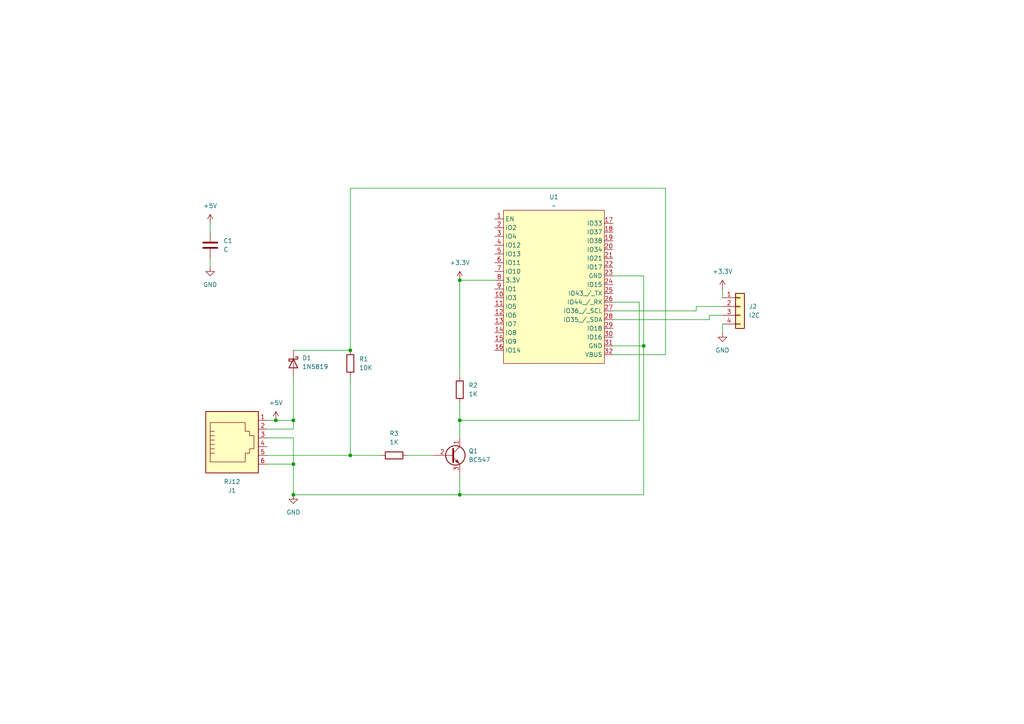
<source format=kicad_sch>
(kicad_sch (version 20231120) (generator "eeschema") (generator_version "8.0")
  (paper "A4")
  (lib_symbols
    (symbol "Connector:RJ12" (pin_names (offset 1.016))
      (property "Reference" "J" (at -5.08 11.43 0))
      (property "Value" "RJ12" (at 2.54 11.43 0))
      (symbol "RJ12_0_1"
        (polyline (pts (xy -6.35 -1.905) (xy -5.08 -1.905) (xy -5.08 -1.905)))
        (polyline (pts (xy -6.35 -0.635) (xy -5.08 -0.635) (xy -5.08 -0.635)))
        (polyline (pts (xy -6.35 0.635) (xy -5.08 0.635) (xy -5.08 0.635)))
        (polyline (pts (xy -6.35 1.905) (xy -5.08 1.905) (xy -5.08 1.905)))
        (polyline (pts (xy -6.35 3.175) (xy -5.08 3.175) (xy -5.08 3.175)))
        (polyline (pts (xy -5.08 4.445) (xy -6.35 4.445) (xy -6.35 4.445)))
        (polyline (pts (xy -6.35 -4.445) (xy -6.35 6.985) (xy 3.81 6.985) (xy 3.81 4.445) (xy 5.08 4.445) (xy 5.08 3.175) (xy 6.35 3.175) (xy 6.35 -0.635) (xy 5.08 -0.635) (xy 5.08 -1.905) (xy 3.81 -1.905) (xy 3.81 -4.445) (xy -6.35 -4.445) (xy -6.35 -4.445)))
        (rectangle (start 7.62 10.16) (end -7.62 -7.62) (stroke (width 0.254)) (fill (type background)))
      )
      (symbol "RJ12_1_1"
        (pin passive line (at 10.16 -5.08 180) (length 2.54) (name "~") (number "1"))
        (pin passive line (at 10.16 -2.54 180) (length 2.54) (name "~") (number "2"))
        (pin passive line (at 10.16 0 180) (length 2.54) (name "~") (number "3"))
        (pin passive line (at 10.16 2.54 180) (length 2.54) (name "~") (number "4"))
        (pin passive line (at 10.16 5.08 180) (length 2.54) (name "~") (number "5"))
        (pin passive line (at 10.16 7.62 180) (length 2.54) (name "~") (number "6"))
      )
    )
    (symbol "Connector_Generic:Conn_01x04" (pin_names (offset 1.016) hide)
      (property "Reference" "J" (at 0 5.08 0))
      (property "Value" "Conn_01x04" (at 0 -7.62 0))
      (symbol "Conn_01x04_1_1"
        (rectangle (start -1.27 -4.953) (end 0 -5.207) (stroke (width 0.1524)))
        (rectangle (start -1.27 -2.413) (end 0 -2.667) (stroke (width 0.1524)))
        (rectangle (start -1.27 0.127) (end 0 -0.127) (stroke (width 0.1524)))
        (rectangle (start -1.27 2.667) (end 0 2.413) (stroke (width 0.1524)))
        (rectangle (start -1.27 3.81) (end 1.27 -6.35) (stroke (width 0.254)) (fill (type background)))
        (pin passive line (at -5.08 2.54 0) (length 3.81) (name "Pin_1") (number "1"))
        (pin passive line (at -5.08 0 0) (length 3.81) (name "Pin_2") (number "2"))
        (pin passive line (at -5.08 -2.54 0) (length 3.81) (name "Pin_3") (number "3"))
        (pin passive line (at -5.08 -5.08 0) (length 3.81) (name "Pin_4") (number "4"))
      )
    )
    (symbol "Device:C" (pin_numbers hide) (pin_names (offset 0.254))
      (property "Reference" "C" (at 0.635 2.54 0))
      (property "Value" "C" (at 0.635 -2.54 0))
      (symbol "C_0_1"
        (polyline (pts (xy -2.032 -0.762) (xy 2.032 -0.762)) (stroke (width 0.508)))
        (polyline (pts (xy -2.032 0.762) (xy 2.032 0.762)) (stroke (width 0.508)))
      )
      (symbol "C_1_1"
        (pin passive line (at 0 3.81 270) (length 2.794) (name "~") (number "1"))
        (pin passive line (at 0 -3.81 90) (length 2.794) (name "~") (number "2"))
      )
    )
    (symbol "Device:R" (pin_numbers hide) (pin_names (offset 0))
      (property "Reference" "R" (at 2.032 0 90))
      (property "Value" "R" (at 0 0 90))
      (symbol "R_0_1"
        (rectangle (start -1.016 -2.54) (end 1.016 2.54) (stroke (width 0.254)))
      )
      (symbol "R_1_1"
        (pin passive line (at 0 3.81 270) (length 1.27) (name "~") (number "1"))
        (pin passive line (at 0 -3.81 90) (length 1.27) (name "~") (number "2"))
      )
    )
    (symbol "Diode:1N5819" (pin_numbers hide) (pin_names (offset 1.016) hide)
      (property "Reference" "D" (at 0 2.54 0))
      (property "Value" "1N5819" (at 0 -2.54 0))
      (symbol "1N5819_0_1"
        (polyline (pts (xy 1.27 0) (xy -1.27 0)))
        (polyline (pts (xy 1.27 1.27) (xy 1.27 -1.27) (xy -1.27 0) (xy 1.27 1.27)) (stroke (width 0.254)))
        (polyline (pts (xy -1.905 0.635) (xy -1.905 1.27) (xy -1.27 1.27) (xy -1.27 -1.27) (xy -0.635 -1.27) (xy -0.635 -0.635)) (stroke (width 0.254)))
      )
      (symbol "1N5819_1_1"
        (pin passive line (at -3.81 0 0) (length 2.54) (name "K") (number "1"))
        (pin passive line (at 3.81 0 180) (length 2.54) (name "A") (number "2"))
      )
    )
    (symbol "Transistor_BJT:BC547" (pin_names (offset 0) hide)
      (property "Reference" "Q" (at 5.08 1.905 0))
      (property "Value" "BC547" (at 5.08 0 0))
      (symbol "BC547_0_1"
        (polyline (pts (xy 0 0) (xy 0.635 0)))
        (polyline (pts (xy 0.635 0.635) (xy 2.54 2.54)))
        (polyline (pts (xy 0.635 -0.635) (xy 2.54 -2.54) (xy 2.54 -2.54)))
        (polyline (pts (xy 0.635 1.905) (xy 0.635 -1.905) (xy 0.635 -1.905)) (stroke (width 0.508)))
        (polyline (pts (xy 1.27 -1.778) (xy 1.778 -1.27) (xy 2.286 -2.286) (xy 1.27 -1.778) (xy 1.27 -1.778)) (fill (type outline)))
        (circle (center 1.27 0) (radius 2.8194) (stroke (width 0.254)))
      )
      (symbol "BC547_1_1"
        (pin passive line (at 2.54 5.08 270) (length 2.54) (name "C") (number "1"))
        (pin input line (at -5.08 0 0) (length 5.08) (name "B") (number "2"))
        (pin passive line (at 2.54 -5.08 90) (length 2.54) (name "E") (number "3"))
      )
    )
    (symbol "myLibrary:wemos_s3_mini"
      (property "Reference" "U" (at -12.954 22.352 0))
      (symbol "wemos_s3_mini_0_0"
        (pin unspecified line (at -16.51 17.78 0) (length 2.54) (name "EN") (number "1"))
        (pin unspecified line (at -16.51 -5.08 0) (length 2.54) (name "IO3") (number "10"))
        (pin unspecified line (at -16.51 -7.62 0) (length 2.54) (name "IO5") (number "11"))
        (pin unspecified line (at -16.51 -10.16 0) (length 2.54) (name "IO6") (number "12"))
        (pin unspecified line (at -16.51 -12.7 0) (length 2.54) (name "IO7") (number "13"))
        (pin unspecified line (at -16.51 -15.24 0) (length 2.54) (name "IO8") (number "14"))
        (pin unspecified line (at -16.51 -17.78 0) (length 2.54) (name "IO9") (number "15"))
        (pin unspecified line (at -16.51 -20.32 0) (length 2.54) (name "IO14") (number "16"))
        (pin unspecified line (at 17.78 16.51 180) (length 2.54) (name "IO33") (number "17"))
        (pin unspecified line (at 17.78 13.97 180) (length 2.54) (name "IO37") (number "18"))
        (pin unspecified line (at 17.78 11.43 180) (length 2.54) (name "IO38") (number "19"))
        (pin unspecified line (at -16.51 15.24 0) (length 2.54) (name "IO2") (number "2"))
        (pin unspecified line (at 17.78 8.89 180) (length 2.54) (name "IO34") (number "20"))
        (pin unspecified line (at 17.78 6.35 180) (length 2.54) (name "IO21") (number "21"))
        (pin unspecified line (at 17.78 3.81 180) (length 2.54) (name "IO17") (number "22"))
        (pin power_in line (at 17.78 1.27 180) (length 2.54) (name "GND") (number "23"))
        (pin unspecified line (at 17.78 -1.27 180) (length 2.54) (name "IO15") (number "24"))
        (pin unspecified line (at 17.78 -3.81 180) (length 2.54) (name "IO43_/_TX") (number "25"))
        (pin unspecified line (at 17.78 -6.35 180) (length 2.54) (name "IO44_/_RX") (number "26"))
        (pin unspecified line (at 17.78 -8.89 180) (length 2.54) (name "IO36_/_SCL") (number "27"))
        (pin unspecified line (at 17.78 -11.43 180) (length 2.54) (name "IO35_/_SDA") (number "28"))
        (pin unspecified line (at 17.78 -13.97 180) (length 2.54) (name "IO18") (number "29"))
        (pin unspecified line (at -16.51 12.7 0) (length 2.54) (name "IO4") (number "3"))
        (pin unspecified line (at 17.78 -16.51 180) (length 2.54) (name "IO16") (number "30"))
        (pin power_in line (at 17.78 -19.05 180) (length 2.54) (name "GND") (number "31"))
        (pin unspecified line (at 17.78 -21.59 180) (length 2.54) (name "VBUS") (number "32"))
        (pin unspecified line (at -16.51 10.16 0) (length 2.54) (name "IO12") (number "4"))
        (pin unspecified line (at -16.51 7.62 0) (length 2.54) (name "IO13") (number "5"))
        (pin unspecified line (at -16.51 5.08 0) (length 2.54) (name "IO11") (number "6"))
        (pin unspecified line (at -16.51 2.54 0) (length 2.54) (name "IO10") (number "7"))
        (pin power_in line (at -16.51 0 0) (length 2.54) (name "3.3V") (number "8"))
        (pin unspecified line (at -16.51 -2.54 0) (length 2.54) (name "IO1") (number "9"))
      )
      (symbol "wemos_s3_mini_1_1"
        (rectangle (start -13.97 20.32) (end 15.24 -24.13) (fill (type background)))
      )
    )
    (symbol "power:+3.3V" (power) (pin_numbers hide) (pin_names (offset 0) hide)
      (property "Value" "+3.3V" (at 0 3.556 0))
      (symbol "+3.3V_0_1"
        (polyline (pts (xy -0.762 1.27) (xy 0 2.54)))
        (polyline (pts (xy 0 0) (xy 0 2.54)))
        (polyline (pts (xy 0 2.54) (xy 0.762 1.27)))
      )
      (symbol "+3.3V_1_1"
        (pin power_in line (at 0 0 90) (length 0) (name "~") (number "1"))
      )
    )
    (symbol "power:+5V" (power) (pin_numbers hide) (pin_names (offset 0) hide)
      (property "Value" "+5V" (at 0 3.556 0))
      (symbol "+5V_0_1"
        (polyline (pts (xy -0.762 1.27) (xy 0 2.54)))
        (polyline (pts (xy 0 0) (xy 0 2.54)))
        (polyline (pts (xy 0 2.54) (xy 0.762 1.27)))
      )
      (symbol "+5V_1_1"
        (pin power_in line (at 0 0 90) (length 0) (name "~") (number "1"))
      )
    )
    (symbol "power:+5VD" (power) (pin_numbers hide) (pin_names (offset 0) hide)
      (property "Value" "+5VD" (at 0 3.556 0))
      (symbol "+5VD_0_1"
        (polyline (pts (xy -0.762 1.27) (xy 0 2.54)))
        (polyline (pts (xy 0 0) (xy 0 2.54)))
        (polyline (pts (xy 0 2.54) (xy 0.762 1.27)))
      )
      (symbol "+5VD_1_1"
        (pin power_in line (at 0 0 90) (length 0) (name "~") (number "1"))
      )
    )
    (symbol "power:GND" (power) (pin_numbers hide) (pin_names (offset 0) hide)
      (property "Value" "GND" (at 0 -3.81 0))
      (symbol "GND_0_1"
        (polyline (pts (xy 0 0) (xy 0 -1.27) (xy 1.27 -1.27) (xy 0 -2.54) (xy -1.27 -1.27) (xy 0 -1.27)))
      )
      (symbol "GND_1_1"
        (pin power_in line (at 0 0 270) (length 0) (name "~") (number "1"))
      )
    )
  )
  (junction (at 101.6 101.6))
  (junction (at 186.69 100.33))
  (junction (at 101.6 132.08))
  (junction (at 80.01 121.92))
  (junction (at 133.35 121.92))
  (junction (at 133.35 81.28))
  (junction (at 85.09 143.51))
  (junction (at 85.09 121.92))
  (junction (at 85.09 134.62))
  (junction (at 133.35 143.51))
  (wire (pts (xy 133.35 143.51) (xy 85.09 143.51)))
  (wire (pts (xy 77.47 124.46) (xy 85.09 124.46)))
  (wire (pts (xy 80.01 121.92) (xy 85.09 121.92)))
  (wire (pts (xy 177.8 100.33) (xy 186.69 100.33)))
  (wire (pts (xy 133.35 121.92) (xy 133.35 127)))
  (wire (pts (xy 85.09 101.6) (xy 101.6 101.6)))
  (wire (pts (xy 193.04 102.87) (xy 193.04 54.61)))
  (wire (pts (xy 77.47 121.92) (xy 80.01 121.92)))
  (wire (pts (xy 205.74 91.44) (xy 209.55 91.44)))
  (wire (pts (xy 118.11 132.08) (xy 125.73 132.08)))
  (wire (pts (xy 85.09 143.51) (xy 85.09 134.62)))
  (wire (pts (xy 133.35 116.84) (xy 133.35 121.92)))
  (wire (pts (xy 60.96 64.77) (xy 60.96 67.31)))
  (wire (pts (xy 77.47 132.08) (xy 101.6 132.08)))
  (wire (pts (xy 77.47 134.62) (xy 85.09 134.62)))
  (wire (pts (xy 209.55 96.52) (xy 209.55 93.98)))
  (wire (pts (xy 205.74 92.71) (xy 205.74 91.44)))
  (wire (pts (xy 201.93 88.9) (xy 201.93 90.17)))
  (wire (pts (xy 101.6 54.61) (xy 101.6 101.6)))
  (wire (pts (xy 133.35 81.28) (xy 133.35 109.22)))
  (wire (pts (xy 186.69 80.01) (xy 177.8 80.01)))
  (wire (pts (xy 177.8 92.71) (xy 205.74 92.71)))
  (wire (pts (xy 101.6 132.08) (xy 110.49 132.08)))
  (wire (pts (xy 85.09 121.92) (xy 85.09 124.46)))
  (wire (pts (xy 133.35 121.92) (xy 185.42 121.92)))
  (wire (pts (xy 60.96 77.47) (xy 60.96 74.93)))
  (wire (pts (xy 77.47 127) (xy 85.09 127)))
  (wire (pts (xy 143.51 81.28) (xy 133.35 81.28)))
  (wire (pts (xy 209.55 83.82) (xy 209.55 86.36)))
  (wire (pts (xy 85.09 121.92) (xy 85.09 109.22)))
  (wire (pts (xy 201.93 90.17) (xy 177.8 90.17)))
  (wire (pts (xy 133.35 143.51) (xy 186.69 143.51)))
  (wire (pts (xy 185.42 87.63) (xy 177.8 87.63)))
  (wire (pts (xy 101.6 109.22) (xy 101.6 132.08)))
  (wire (pts (xy 177.8 102.87) (xy 193.04 102.87)))
  (wire (pts (xy 186.69 100.33) (xy 186.69 80.01)))
  (wire (pts (xy 201.93 88.9) (xy 209.55 88.9)))
  (wire (pts (xy 193.04 54.61) (xy 101.6 54.61)))
  (wire (pts (xy 85.09 127) (xy 85.09 134.62)))
  (wire (pts (xy 186.69 100.33) (xy 186.69 143.51)))
  (wire (pts (xy 133.35 137.16) (xy 133.35 143.51)))
  (wire (pts (xy 185.42 121.92) (xy 185.42 87.63)))
  (symbol (lib_id "power:GND") (at 85.09 143.51 0) (unit 1)
    (property "Reference" "#PWR01" (effects (hide yes)))
    (property "Value" "GND" (at 85.09 148.59 0))
    (property "Description" "Power symbol creates a global label with name \"GND\" , ground" (effects (hide yes)))
  )
  (symbol (lib_id "Device:R") (at 133.35 113.03 0) (unit 1)
    (property "Reference" "R2" (at 135.89 111.7599 0) (effects (justify left)))
    (property "Value" "1K" (at 135.89 114.2999 0) (effects (justify left)))
    (property "Footprint" "Resistor_THT:R_Axial_DIN0411_L9.9mm_D3.6mm_P12.70mm_Horizontal" (effects (hide yes)))
    (property "Description" "Resistor" (effects (hide yes)))
  )
  (symbol (lib_id "Diode:1N5819") (at 85.09 105.41 270) (unit 1)
    (property "Reference" "D1" (at 87.63 103.8224 90) (effects (justify left)))
    (property "Value" "1N5819" (at 87.63 106.3624 90) (effects (justify left)))
    (property "Footprint" "Diode_THT:D_DO-41_SOD81_P10.16mm_Horizontal" (effects (hide yes)))
    (property "Datasheet" "http://www.vishay.com/docs/88525/1n5817.pdf" (effects (hide yes)))
    (property "Description" "40V 1A Schottky Barrier Rectifier Diode, DO-41" (effects (hide yes)))
  )
  (symbol (lib_id "power:+5V") (at 60.96 64.77 0) (unit 1)
    (property "Reference" "#PWR04" (effects (hide yes)))
    (property "Value" "+5V" (at 60.96 59.69 0))
    (property "Description" "Power symbol creates a global label with name \"+5V\"" (effects (hide yes)))
  )
  (symbol (lib_id "power:GND") (at 209.55 96.52 0) (unit 1)
    (property "Reference" "#PWR06" (effects (hide yes)))
    (property "Value" "GND" (at 209.55 101.6 0))
    (property "Description" "Power symbol creates a global label with name \"GND\" , ground" (effects (hide yes)))
  )
  (symbol (lib_id "Device:R") (at 114.3 132.08 90) (unit 1)
    (property "Reference" "R3" (at 114.3 125.73 90))
    (property "Value" "1K" (at 114.3 128.27 90))
    (property "Footprint" "Resistor_THT:R_Axial_DIN0411_L9.9mm_D3.6mm_P12.70mm_Horizontal" (effects (hide yes)))
    (property "Description" "Resistor" (effects (hide yes)))
  )
  (symbol (lib_id "Device:C") (at 60.96 71.12 0) (unit 1)
    (property "Reference" "C1" (at 64.77 69.8499 0) (effects (justify left)))
    (property "Value" "C" (at 64.77 72.3899 0) (effects (justify left)))
    (property "Footprint" "Capacitor_THT:CP_Radial_Tantal_D10.5mm_P2.50mm" (effects (hide yes)))
    (property "Description" "Unpolarized capacitor" (effects (hide yes)))
  )
  (symbol (lib_id "power:+3.3V") (at 209.55 83.82 0) (unit 1)
    (property "Reference" "#PWR07" (effects (hide yes)))
    (property "Value" "+3.3V" (at 209.55 78.74 0))
    (property "Description" "Power symbol creates a global label with name \"+3.3V\"" (effects (hide yes)))
  )
  (symbol (lib_id "Device:R") (at 101.6 105.41 0) (unit 1)
    (property "Reference" "R1" (at 104.14 104.1399 0) (effects (justify left)))
    (property "Value" "10K" (at 104.14 106.6799 0) (effects (justify left)))
    (property "Footprint" "Resistor_THT:R_Axial_DIN0411_L9.9mm_D3.6mm_P12.70mm_Horizontal" (effects (hide yes)))
    (property "Description" "Resistor" (effects (hide yes)))
  )
  (symbol (lib_id "power:+3.3V") (at 133.35 81.28 0) (unit 1)
    (property "Reference" "#PWR03" (effects (hide yes)))
    (property "Value" "+3.3V" (at 133.35 76.2 0))
    (property "Description" "Power symbol creates a global label with name \"+3.3V\"" (effects (hide yes)))
  )
  (symbol (lib_id "Connector:RJ12") (at 67.31 127 0) (mirror x) (unit 1)
    (property "Reference" "J1" (at 67.31 142.24 0))
    (property "Value" "RJ12" (at 67.31 139.7 0))
    (property "Footprint" "Connector_RJ:RJ25_Wayconn_MJEA-660X1_Horizontal" (effects (hide yes)))
    (property "Description" "RJ connector, 6P6C (6 positions 6 connected)" (effects (hide yes)))
  )
  (symbol (lib_id "Connector_Generic:Conn_01x04") (at 214.63 88.9 0) (unit 1)
    (property "Reference" "J2" (at 217.17 88.8999 0) (effects (justify left)))
    (property "Value" "I2C" (at 217.17 91.4399 0) (effects (justify left)))
    (property "Footprint" "Connector_PinHeader_2.54mm:PinHeader_1x04_P2.54mm_Vertical" (effects (hide yes)))
    (property "Description" "Generic connector, single row, 01x04, script generated (kicad-library-utils/schlib/autogen/connector/)" (effects (hide yes)))
  )
  (symbol (lib_id "myLibrary:wemos_s3_mini") (at 160.02 81.28 0) (unit 1)
    (property "Reference" "U1" (at 160.655 57.15 0))
    (property "Value" "~" (at 160.655 59.69 0))
    (property "Footprint" "MyLibrary:wemos s3 mini" (effects (hide yes)))
  )
  (symbol (lib_id "power:+5VD") (at 80.01 121.92 0) (unit 1)
    (property "Reference" "#PWR02" (effects (hide yes)))
    (property "Value" "+5V" (at 80.01 116.84 0))
    (property "Description" "Power symbol creates a global label with name \"+5VD\"" (effects (hide yes)))
  )
  (symbol (lib_id "Transistor_BJT:BC547") (at 130.81 132.08 0) (unit 1)
    (property "Reference" "Q1" (at 135.89 130.8099 0) (effects (justify left)))
    (property "Value" "BC547" (at 135.89 133.3499 0) (effects (justify left)))
    (property "Footprint" "Package_TO_SOT_THT:TO-92_Inline" (effects (hide yes)))
    (property "Datasheet" "https://www.onsemi.com/pub/Collateral/BC550-D.pdf" (effects (hide yes)))
    (property "Description" "0.1A Ic, 45V Vce, Small Signal NPN Transistor, TO-92" (effects (hide yes)))
  )
  (symbol (lib_id "power:GND") (at 60.96 77.47 0) (unit 1)
    (property "Reference" "#PWR05" (effects (hide yes)))
    (property "Value" "GND" (at 60.96 82.55 0))
    (property "Description" "Power symbol creates a global label with name \"GND\" , ground" (effects (hide yes)))
  )
)
</source>
